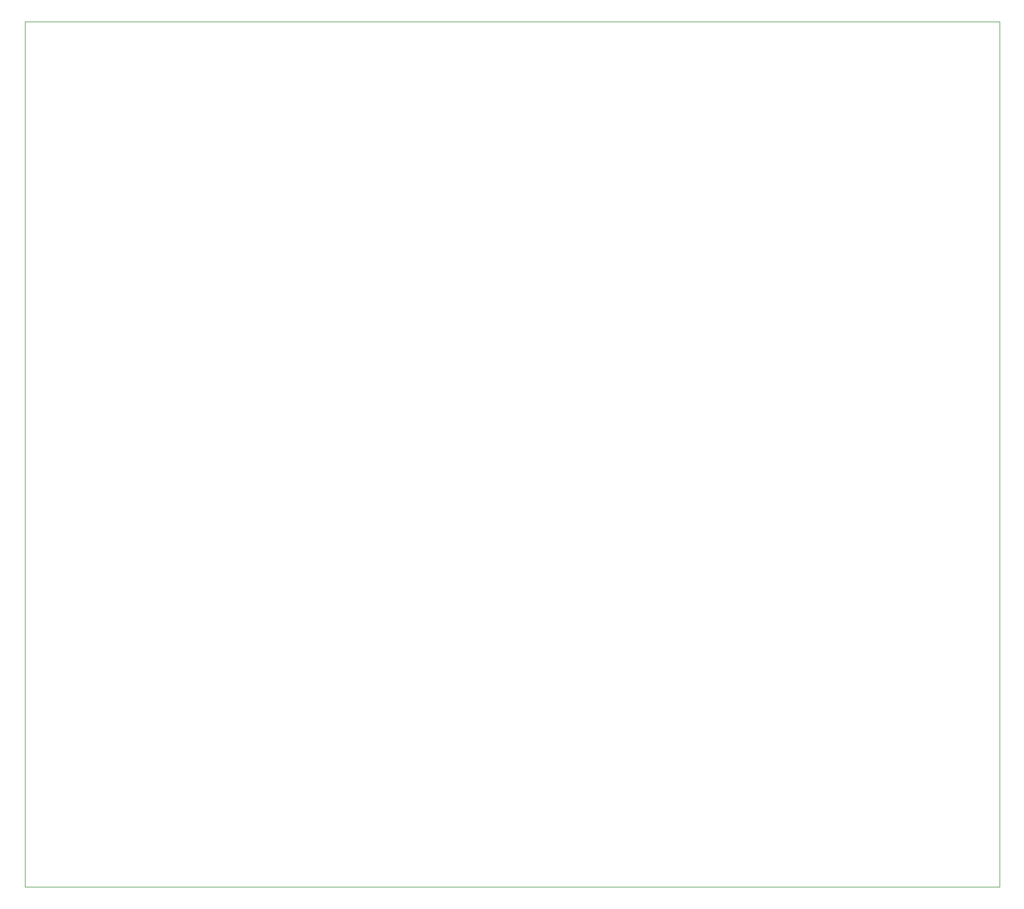
<source format=gm1>
G04 #@! TF.GenerationSoftware,KiCad,Pcbnew,8.0.0*
G04 #@! TF.CreationDate,2024-03-08T17:43:01-03:00*
G04 #@! TF.ProjectId,usbflashprog,75736266-6c61-4736-9870-726f672e6b69,v0.3.0 rev.A*
G04 #@! TF.SameCoordinates,Original*
G04 #@! TF.FileFunction,Profile,NP*
%FSLAX46Y46*%
G04 Gerber Fmt 4.6, Leading zero omitted, Abs format (unit mm)*
G04 Created by KiCad (PCBNEW 8.0.0) date 2024-03-08 17:43:01*
%MOMM*%
%LPD*%
G01*
G04 APERTURE LIST*
G04 #@! TA.AperFunction,Profile*
%ADD10C,0.100000*%
G04 #@! TD*
G04 APERTURE END LIST*
D10*
X64775000Y-24314000D02*
X213545000Y-24314000D01*
X213545000Y-156474000D01*
X64775000Y-156474000D01*
X64775000Y-24314000D01*
M02*

</source>
